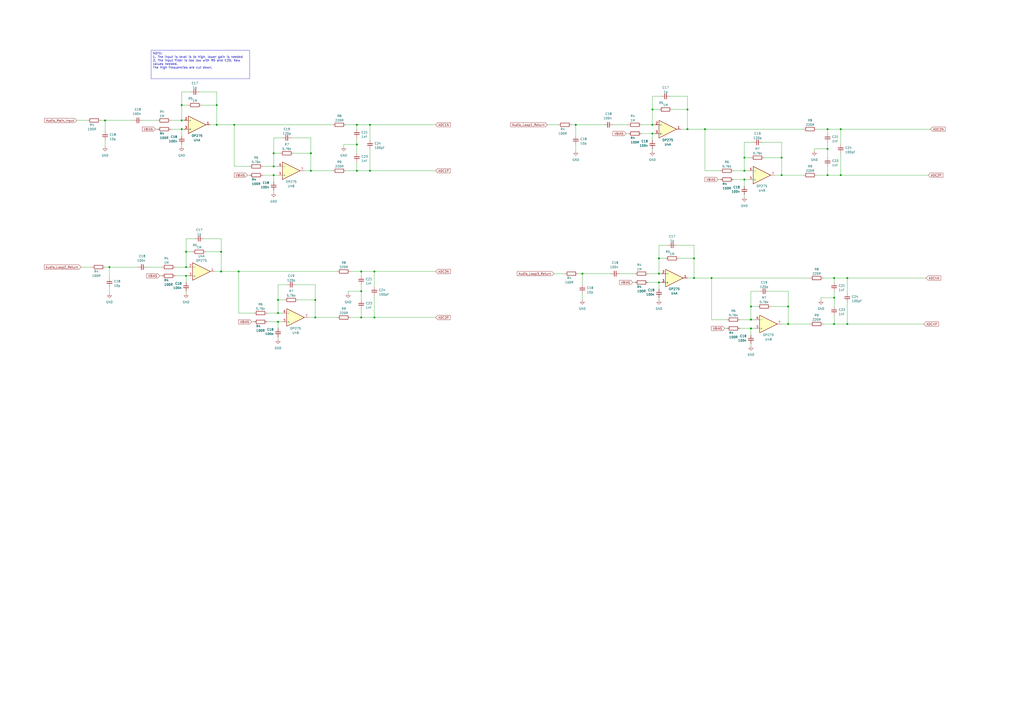
<source format=kicad_sch>
(kicad_sch (version 20230121) (generator eeschema)
  (paper "A2")
  (lib_symbols
    (symbol "Amplifier_Operational:OP275" (pin_names (offset 0.127))
      (property "Reference" "U" (at 0 5.08 0))
      (property "Value" "OP275" (at 0 -5.08 0))
      (symbol "OP275_1_1"
        (polyline (pts (xy -5.08 5.08) (xy 5.08 0) (xy -5.08 -5.08) (xy -5.08 5.08)) (stroke (width 0.254)) (fill (type background)))
        (pin output line (at 7.62 0 180) (length 2.54) (name "~") (number "1"))
        (pin input line (at -7.62 -2.54 0) (length 2.54) (name "-") (number "2"))
        (pin input line (at -7.62 2.54 0) (length 2.54) (name "+") (number "3"))
      )
      (symbol "OP275_2_1"
        (polyline (pts (xy -5.08 5.08) (xy 5.08 0) (xy -5.08 -5.08) (xy -5.08 5.08)) (stroke (width 0.254)) (fill (type background)))
        (pin input line (at -7.62 2.54 0) (length 2.54) (name "+") (number "5"))
        (pin input line (at -7.62 -2.54 0) (length 2.54) (name "-") (number "6"))
        (pin output line (at 7.62 0 180) (length 2.54) (name "~") (number "7"))
      )
      (symbol "OP275_3_1"
        (pin power_in line (at -2.54 -7.62 90) (length 3.81) (name "V-") (number "4"))
        (pin power_in line (at -2.54 7.62 270) (length 3.81) (name "V+") (number "8"))
      )
    )
    (symbol "Device:C_Small" (pin_numbers hide) (pin_names (offset 0.254) hide)
      (property "Reference" "C" (at 0.254 1.778 0))
      (property "Value" "C_Small" (at 0.254 -2.032 0))
      (symbol "C_Small_0_1"
        (polyline (pts (xy -1.524 -0.508) (xy 1.524 -0.508)) (stroke (width 0.3302)))
        (polyline (pts (xy -1.524 0.508) (xy 1.524 0.508)) (stroke (width 0.3048)))
      )
      (symbol "C_Small_1_1"
        (pin passive line (at 0 2.54 270) (length 2.032) (name "~") (number "1"))
        (pin passive line (at 0 -2.54 90) (length 2.032) (name "~") (number "2"))
      )
    )
    (symbol "Device:R" (pin_numbers hide) (pin_names (offset 0))
      (property "Reference" "R" (at 2.032 0 90))
      (property "Value" "R" (at 0 0 90))
      (symbol "R_0_1"
        (rectangle (start -1.016 -2.54) (end 1.016 2.54) (stroke (width 0.254)))
      )
      (symbol "R_1_1"
        (pin passive line (at 0 3.81 270) (length 1.27) (name "~") (number "1"))
        (pin passive line (at 0 -3.81 90) (length 1.27) (name "~") (number "2"))
      )
    )
    (symbol "power:GND" (power) (pin_names (offset 0))
      (property "Value" "GND" (at 0 -3.81 0))
      (symbol "GND_0_1"
        (polyline (pts (xy 0 0) (xy 0 -1.27) (xy 1.27 -1.27) (xy 0 -2.54) (xy -1.27 -1.27) (xy 0 -1.27)))
      )
      (symbol "GND_1_1"
        (pin power_in line (at 0 0 270) (length 0) hide (name "GND") (number "1"))
      )
    )
  )
  (junction (at 334.01 72.39))
  (junction (at 402.59 149.86))
  (junction (at 402.59 161.29))
  (junction (at 158.75 101.6))
  (junction (at 209.55 157.48))
  (junction (at 182.88 173.99))
  (junction (at 483.87 187.96))
  (junction (at 158.75 96.52))
  (junction (at 398.78 74.93))
  (junction (at 491.49 161.29))
  (junction (at 487.68 74.93))
  (junction (at 483.87 161.29))
  (junction (at 398.78 63.5))
  (junction (at 431.8 91.44))
  (junction (at 480.06 86.36))
  (junction (at 158.75 88.9))
  (junction (at 217.17 184.15))
  (junction (at 125.73 72.39))
  (junction (at 378.46 63.5))
  (junction (at 378.46 72.39))
  (junction (at 382.27 163.83))
  (junction (at 435.61 190.5))
  (junction (at 480.06 74.93))
  (junction (at 180.34 99.06))
  (junction (at 161.29 186.69))
  (junction (at 138.43 157.48))
  (junction (at 135.89 72.39))
  (junction (at 453.39 91.44))
  (junction (at 491.49 187.96))
  (junction (at 435.61 177.8))
  (junction (at 60.96 69.85))
  (junction (at 63.5 154.94))
  (junction (at 378.46 77.47))
  (junction (at 337.82 158.75))
  (junction (at 483.87 172.72))
  (junction (at 207.01 83.82))
  (junction (at 128.27 146.05))
  (junction (at 382.27 149.86))
  (junction (at 182.88 184.15))
  (junction (at 217.17 157.48))
  (junction (at 453.39 101.6))
  (junction (at 105.41 74.93))
  (junction (at 161.29 181.61))
  (junction (at 105.41 60.96))
  (junction (at 431.8 99.06))
  (junction (at 207.01 99.06))
  (junction (at 207.01 72.39))
  (junction (at 214.63 99.06))
  (junction (at 457.2 187.96))
  (junction (at 435.61 185.42))
  (junction (at 107.95 154.94))
  (junction (at 125.73 60.96))
  (junction (at 487.68 101.6))
  (junction (at 382.27 158.75))
  (junction (at 107.95 146.05))
  (junction (at 431.8 104.14))
  (junction (at 161.29 173.99))
  (junction (at 408.94 74.93))
  (junction (at 105.41 69.85))
  (junction (at 214.63 72.39))
  (junction (at 457.2 177.8))
  (junction (at 480.06 101.6))
  (junction (at 180.34 88.9))
  (junction (at 128.27 157.48))
  (junction (at 107.95 160.02))
  (junction (at 209.55 184.15))
  (junction (at 209.55 168.91))
  (junction (at 412.75 161.29))
  (wire (pts (xy 387.35 142.24) (xy 382.27 142.24)))
  (wire (pts (xy 382.27 158.75) (xy 383.54 158.75)))
  (wire (pts (xy 161.29 186.69) (xy 161.29 190.5)))
  (wire (pts (xy 209.55 168.91) (xy 209.55 173.99)))
  (wire (pts (xy 217.17 171.45) (xy 217.17 184.15)))
  (wire (pts (xy 417.83 99.06) (xy 408.94 99.06)))
  (wire (pts (xy 161.29 165.1) (xy 161.29 173.99)))
  (wire (pts (xy 110.49 53.34) (xy 105.41 53.34)))
  (wire (pts (xy 487.68 101.6) (xy 538.48 101.6)))
  (wire (pts (xy 457.2 187.96) (xy 457.2 177.8)))
  (wire (pts (xy 440.69 168.91) (xy 435.61 168.91)))
  (wire (pts (xy 63.5 154.94) (xy 63.5 161.29)))
  (wire (pts (xy 378.46 63.5) (xy 382.27 63.5)))
  (wire (pts (xy 412.75 161.29) (xy 469.9 161.29)))
  (wire (pts (xy 207.01 99.06) (xy 207.01 93.98)))
  (wire (pts (xy 217.17 157.48) (xy 252.73 157.48)))
  (wire (pts (xy 394.97 74.93) (xy 398.78 74.93)))
  (wire (pts (xy 128.27 146.05) (xy 128.27 157.48)))
  (wire (pts (xy 63.5 166.37) (xy 63.5 170.18)))
  (wire (pts (xy 431.8 104.14) (xy 434.34 104.14)))
  (wire (pts (xy 101.6 160.02) (xy 107.95 160.02)))
  (wire (pts (xy 82.55 69.85) (xy 91.44 69.85)))
  (wire (pts (xy 60.96 69.85) (xy 77.47 69.85)))
  (wire (pts (xy 473.71 74.93) (xy 480.06 74.93)))
  (wire (pts (xy 359.41 158.75) (xy 368.3 158.75)))
  (wire (pts (xy 331.47 72.39) (xy 334.01 72.39)))
  (wire (pts (xy 207.01 83.82) (xy 207.01 88.9)))
  (wire (pts (xy 383.54 55.88) (xy 378.46 55.88)))
  (wire (pts (xy 337.82 158.75) (xy 354.33 158.75)))
  (wire (pts (xy 115.57 53.34) (xy 125.73 53.34)))
  (wire (pts (xy 491.49 175.26) (xy 491.49 187.96)))
  (wire (pts (xy 472.44 86.36) (xy 480.06 86.36)))
  (wire (pts (xy 476.25 172.72) (xy 476.25 173.99)))
  (wire (pts (xy 402.59 149.86) (xy 402.59 161.29)))
  (wire (pts (xy 158.75 96.52) (xy 152.4 96.52)))
  (wire (pts (xy 435.61 190.5) (xy 435.61 194.31)))
  (wire (pts (xy 372.11 72.39) (xy 378.46 72.39)))
  (wire (pts (xy 337.82 158.75) (xy 337.82 165.1)))
  (wire (pts (xy 480.06 74.93) (xy 487.68 74.93)))
  (wire (pts (xy 480.06 77.47) (xy 480.06 74.93)))
  (wire (pts (xy 118.11 138.43) (xy 128.27 138.43)))
  (wire (pts (xy 389.89 63.5) (xy 398.78 63.5)))
  (wire (pts (xy 378.46 63.5) (xy 378.46 55.88)))
  (wire (pts (xy 337.82 170.18) (xy 337.82 173.99)))
  (wire (pts (xy 435.61 199.39) (xy 435.61 200.66)))
  (wire (pts (xy 209.55 165.1) (xy 209.55 168.91)))
  (wire (pts (xy 116.84 60.96) (xy 125.73 60.96)))
  (wire (pts (xy 135.89 96.52) (xy 135.89 72.39)))
  (wire (pts (xy 180.34 99.06) (xy 193.04 99.06)))
  (wire (pts (xy 378.46 86.36) (xy 378.46 87.63)))
  (wire (pts (xy 201.93 168.91) (xy 209.55 168.91)))
  (wire (pts (xy 214.63 99.06) (xy 207.01 99.06)))
  (wire (pts (xy 144.78 96.52) (xy 135.89 96.52)))
  (wire (pts (xy 128.27 157.48) (xy 138.43 157.48)))
  (wire (pts (xy 491.49 161.29) (xy 491.49 170.18)))
  (wire (pts (xy 382.27 149.86) (xy 382.27 142.24)))
  (wire (pts (xy 180.34 80.01) (xy 180.34 88.9)))
  (wire (pts (xy 105.41 69.85) (xy 106.68 69.85)))
  (wire (pts (xy 158.75 101.6) (xy 158.75 105.41)))
  (wire (pts (xy 412.75 185.42) (xy 412.75 161.29)))
  (wire (pts (xy 321.31 158.75) (xy 327.66 158.75)))
  (wire (pts (xy 487.68 88.9) (xy 487.68 101.6)))
  (wire (pts (xy 363.22 77.47) (xy 364.49 77.47)))
  (wire (pts (xy 207.01 74.93) (xy 207.01 72.39)))
  (wire (pts (xy 207.01 80.01) (xy 207.01 83.82)))
  (wire (pts (xy 453.39 101.6) (xy 453.39 91.44)))
  (wire (pts (xy 334.01 72.39) (xy 334.01 78.74)))
  (wire (pts (xy 402.59 149.86) (xy 402.59 142.24)))
  (wire (pts (xy 431.8 82.55) (xy 431.8 91.44)))
  (wire (pts (xy 214.63 72.39) (xy 214.63 81.28)))
  (wire (pts (xy 317.5 72.39) (xy 323.85 72.39)))
  (wire (pts (xy 420.37 190.5) (xy 421.64 190.5)))
  (wire (pts (xy 435.61 91.44) (xy 431.8 91.44)))
  (wire (pts (xy 85.09 154.94) (xy 93.98 154.94)))
  (wire (pts (xy 105.41 83.82) (xy 105.41 85.09)))
  (wire (pts (xy 128.27 146.05) (xy 128.27 138.43)))
  (wire (pts (xy 477.52 187.96) (xy 483.87 187.96)))
  (wire (pts (xy 152.4 101.6) (xy 158.75 101.6)))
  (wire (pts (xy 483.87 172.72) (xy 483.87 177.8)))
  (wire (pts (xy 90.17 74.93) (xy 91.44 74.93)))
  (wire (pts (xy 217.17 184.15) (xy 209.55 184.15)))
  (wire (pts (xy 135.89 72.39) (xy 193.04 72.39)))
  (wire (pts (xy 378.46 77.47) (xy 379.73 77.47)))
  (wire (pts (xy 483.87 187.96) (xy 483.87 182.88)))
  (wire (pts (xy 170.18 88.9) (xy 180.34 88.9)))
  (wire (pts (xy 416.56 104.14) (xy 417.83 104.14)))
  (wire (pts (xy 453.39 187.96) (xy 457.2 187.96)))
  (wire (pts (xy 161.29 181.61) (xy 154.94 181.61)))
  (wire (pts (xy 436.88 82.55) (xy 431.8 82.55)))
  (wire (pts (xy 457.2 168.91) (xy 457.2 177.8)))
  (wire (pts (xy 158.75 80.01) (xy 158.75 88.9)))
  (wire (pts (xy 491.49 187.96) (xy 483.87 187.96)))
  (wire (pts (xy 209.55 184.15) (xy 209.55 179.07)))
  (wire (pts (xy 367.03 163.83) (xy 368.3 163.83)))
  (wire (pts (xy 214.63 72.39) (xy 252.73 72.39)))
  (wire (pts (xy 182.88 165.1) (xy 182.88 173.99)))
  (wire (pts (xy 392.43 142.24) (xy 402.59 142.24)))
  (wire (pts (xy 431.8 99.06) (xy 434.34 99.06)))
  (wire (pts (xy 166.37 165.1) (xy 161.29 165.1)))
  (wire (pts (xy 201.93 168.91) (xy 201.93 170.18)))
  (wire (pts (xy 382.27 163.83) (xy 383.54 163.83)))
  (wire (pts (xy 125.73 60.96) (xy 125.73 53.34)))
  (wire (pts (xy 334.01 72.39) (xy 350.52 72.39)))
  (wire (pts (xy 107.95 160.02) (xy 107.95 163.83)))
  (wire (pts (xy 147.32 181.61) (xy 138.43 181.61)))
  (wire (pts (xy 199.39 83.82) (xy 199.39 85.09)))
  (wire (pts (xy 372.11 77.47) (xy 378.46 77.47)))
  (wire (pts (xy 107.95 146.05) (xy 111.76 146.05)))
  (wire (pts (xy 99.06 69.85) (xy 105.41 69.85)))
  (wire (pts (xy 480.06 86.36) (xy 480.06 91.44)))
  (wire (pts (xy 143.51 101.6) (xy 144.78 101.6)))
  (wire (pts (xy 171.45 165.1) (xy 182.88 165.1)))
  (wire (pts (xy 121.92 72.39) (xy 125.73 72.39)))
  (wire (pts (xy 92.71 160.02) (xy 93.98 160.02)))
  (wire (pts (xy 408.94 99.06) (xy 408.94 74.93)))
  (wire (pts (xy 447.04 177.8) (xy 457.2 177.8)))
  (wire (pts (xy 491.49 161.29) (xy 537.21 161.29)))
  (wire (pts (xy 58.42 69.85) (xy 60.96 69.85)))
  (wire (pts (xy 435.61 168.91) (xy 435.61 177.8)))
  (wire (pts (xy 161.29 173.99) (xy 161.29 181.61)))
  (wire (pts (xy 180.34 99.06) (xy 180.34 88.9)))
  (wire (pts (xy 408.94 74.93) (xy 466.09 74.93)))
  (wire (pts (xy 172.72 173.99) (xy 182.88 173.99)))
  (wire (pts (xy 60.96 81.28) (xy 60.96 85.09)))
  (wire (pts (xy 107.95 154.94) (xy 107.95 146.05)))
  (wire (pts (xy 99.06 74.93) (xy 105.41 74.93)))
  (wire (pts (xy 168.91 80.01) (xy 180.34 80.01)))
  (wire (pts (xy 445.77 168.91) (xy 457.2 168.91)))
  (wire (pts (xy 107.95 146.05) (xy 107.95 138.43)))
  (wire (pts (xy 453.39 101.6) (xy 466.09 101.6)))
  (wire (pts (xy 402.59 161.29) (xy 412.75 161.29)))
  (wire (pts (xy 453.39 82.55) (xy 453.39 91.44)))
  (wire (pts (xy 146.05 186.69) (xy 147.32 186.69)))
  (wire (pts (xy 443.23 91.44) (xy 453.39 91.44)))
  (wire (pts (xy 429.26 190.5) (xy 435.61 190.5)))
  (wire (pts (xy 382.27 172.72) (xy 382.27 173.99)))
  (wire (pts (xy 138.43 157.48) (xy 195.58 157.48)))
  (wire (pts (xy 421.64 185.42) (xy 412.75 185.42)))
  (wire (pts (xy 435.61 185.42) (xy 429.26 185.42)))
  (wire (pts (xy 161.29 181.61) (xy 163.83 181.61)))
  (wire (pts (xy 441.96 82.55) (xy 453.39 82.55)))
  (wire (pts (xy 388.62 55.88) (xy 398.78 55.88)))
  (wire (pts (xy 209.55 160.02) (xy 209.55 157.48)))
  (wire (pts (xy 480.06 101.6) (xy 480.06 96.52)))
  (wire (pts (xy 435.61 185.42) (xy 438.15 185.42)))
  (wire (pts (xy 375.92 163.83) (xy 382.27 163.83)))
  (wire (pts (xy 435.61 190.5) (xy 438.15 190.5)))
  (wire (pts (xy 378.46 72.39) (xy 378.46 63.5)))
  (wire (pts (xy 378.46 72.39) (xy 379.73 72.39)))
  (wire (pts (xy 398.78 63.5) (xy 398.78 74.93)))
  (wire (pts (xy 203.2 184.15) (xy 209.55 184.15)))
  (wire (pts (xy 158.75 110.49) (xy 158.75 111.76)))
  (wire (pts (xy 217.17 157.48) (xy 217.17 166.37)))
  (wire (pts (xy 107.95 168.91) (xy 107.95 170.18)))
  (wire (pts (xy 480.06 82.55) (xy 480.06 86.36)))
  (wire (pts (xy 214.63 99.06) (xy 252.73 99.06)))
  (wire (pts (xy 105.41 69.85) (xy 105.41 60.96)))
  (wire (pts (xy 398.78 63.5) (xy 398.78 55.88)))
  (wire (pts (xy 431.8 104.14) (xy 431.8 107.95)))
  (wire (pts (xy 439.42 177.8) (xy 435.61 177.8)))
  (wire (pts (xy 473.71 101.6) (xy 480.06 101.6)))
  (wire (pts (xy 431.8 99.06) (xy 425.45 99.06)))
  (wire (pts (xy 487.68 74.93) (xy 487.68 83.82)))
  (wire (pts (xy 46.99 154.94) (xy 53.34 154.94)))
  (wire (pts (xy 44.45 69.85) (xy 50.8 69.85)))
  (wire (pts (xy 491.49 187.96) (xy 535.94 187.96)))
  (wire (pts (xy 161.29 195.58) (xy 161.29 196.85)))
  (wire (pts (xy 398.78 74.93) (xy 408.94 74.93)))
  (wire (pts (xy 158.75 88.9) (xy 158.75 96.52)))
  (wire (pts (xy 457.2 187.96) (xy 469.9 187.96)))
  (wire (pts (xy 101.6 154.94) (xy 107.95 154.94)))
  (wire (pts (xy 398.78 161.29) (xy 402.59 161.29)))
  (wire (pts (xy 476.25 172.72) (xy 483.87 172.72)))
  (wire (pts (xy 105.41 60.96) (xy 109.22 60.96)))
  (wire (pts (xy 182.88 184.15) (xy 195.58 184.15)))
  (wire (pts (xy 483.87 163.83) (xy 483.87 161.29)))
  (wire (pts (xy 382.27 149.86) (xy 386.08 149.86)))
  (wire (pts (xy 209.55 157.48) (xy 217.17 157.48)))
  (wire (pts (xy 60.96 69.85) (xy 60.96 76.2)))
  (wire (pts (xy 355.6 72.39) (xy 364.49 72.39)))
  (wire (pts (xy 335.28 158.75) (xy 337.82 158.75)))
  (wire (pts (xy 431.8 91.44) (xy 431.8 99.06)))
  (wire (pts (xy 158.75 96.52) (xy 161.29 96.52)))
  (wire (pts (xy 435.61 177.8) (xy 435.61 185.42)))
  (wire (pts (xy 125.73 72.39) (xy 135.89 72.39)))
  (wire (pts (xy 378.46 77.47) (xy 378.46 81.28)))
  (wire (pts (xy 63.5 154.94) (xy 80.01 154.94)))
  (wire (pts (xy 176.53 99.06) (xy 180.34 99.06)))
  (wire (pts (xy 119.38 146.05) (xy 128.27 146.05)))
  (wire (pts (xy 483.87 161.29) (xy 491.49 161.29)))
  (wire (pts (xy 105.41 60.96) (xy 105.41 53.34)))
  (wire (pts (xy 477.52 161.29) (xy 483.87 161.29)))
  (wire (pts (xy 105.41 74.93) (xy 106.68 74.93)))
  (wire (pts (xy 487.68 101.6) (xy 480.06 101.6)))
  (wire (pts (xy 483.87 168.91) (xy 483.87 172.72)))
  (wire (pts (xy 217.17 184.15) (xy 252.73 184.15)))
  (wire (pts (xy 382.27 163.83) (xy 382.27 167.64)))
  (wire (pts (xy 199.39 83.82) (xy 207.01 83.82)))
  (wire (pts (xy 472.44 86.36) (xy 472.44 87.63)))
  (wire (pts (xy 203.2 157.48) (xy 209.55 157.48)))
  (wire (pts (xy 162.56 88.9) (xy 158.75 88.9)))
  (wire (pts (xy 393.7 149.86) (xy 402.59 149.86)))
  (wire (pts (xy 154.94 186.69) (xy 161.29 186.69)))
  (wire (pts (xy 163.83 80.01) (xy 158.75 80.01)))
  (wire (pts (xy 425.45 104.14) (xy 431.8 104.14)))
  (wire (pts (xy 113.03 138.43) (xy 107.95 138.43)))
  (wire (pts (xy 161.29 186.69) (xy 163.83 186.69)))
  (wire (pts (xy 124.46 157.48) (xy 128.27 157.48)))
  (wire (pts (xy 107.95 154.94) (xy 109.22 154.94)))
  (wire (pts (xy 165.1 173.99) (xy 161.29 173.99)))
  (wire (pts (xy 125.73 60.96) (xy 125.73 72.39)))
  (wire (pts (xy 382.27 158.75) (xy 382.27 149.86)))
  (wire (pts (xy 449.58 101.6) (xy 453.39 101.6)))
  (wire (pts (xy 214.63 86.36) (xy 214.63 99.06)))
  (wire (pts (xy 179.07 184.15) (xy 182.88 184.15)))
  (wire (pts (xy 431.8 113.03) (xy 431.8 114.3)))
  (wire (pts (xy 487.68 74.93) (xy 539.75 74.93)))
  (wire (pts (xy 158.75 101.6) (xy 161.29 101.6)))
  (wire (pts (xy 334.01 83.82) (xy 334.01 87.63)))
  (wire (pts (xy 182.88 184.15) (xy 182.88 173.99)))
  (wire (pts (xy 107.95 160.02) (xy 109.22 160.02)))
  (wire (pts (xy 200.66 99.06) (xy 207.01 99.06)))
  (wire (pts (xy 60.96 154.94) (xy 63.5 154.94)))
  (wire (pts (xy 105.41 74.93) (xy 105.41 78.74)))
  (wire (pts (xy 200.66 72.39) (xy 207.01 72.39)))
  (wire (pts (xy 375.92 158.75) (xy 382.27 158.75)))
  (wire (pts (xy 138.43 181.61) (xy 138.43 157.48)))
  (wire (pts (xy 207.01 72.39) (xy 214.63 72.39)))
  (text_box "NOTE: \n1. The input is level is to high, lower gain is needed\n2. The input filter is too low with R5 and C20. New values needed.\nThe high frequencies are cut down." (at 87.63 29.21 0) (size 57.15 16.51) (effects (font (size 1.27 1.27)) (justify left top)))
  (global_label "Audio_Loop2_Return" (shape input) (at 46.99 154.94 180) (property "Intersheetrefs" "${INTERSHEET_REFS}" (effects hide)))
  (global_label "ADC1N" (shape input) (at 252.73 72.39 0) (property "Intersheetrefs" "${INTERSHEET_REFS}" (effects hide)))
  (global_label "VBIAS" (shape input) (at 92.71 160.02 180) (property "Intersheetrefs" "${INTERSHEET_REFS}" (effects hide)))
  (global_label "VBIAS" (shape input) (at 90.17 74.93 180) (property "Intersheetrefs" "${INTERSHEET_REFS}" (effects hide)))
  (global_label "Audio_Main_Input" (shape input) (at 44.45 69.85 180) (property "Intersheetrefs" "${INTERSHEET_REFS}" (effects hide)))
  (global_label "ADC4P" (shape input) (at 535.94 187.96 0) (property "Intersheetrefs" "${INTERSHEET_REFS}" (effects hide)))
  (global_label "VBIAS" (shape input) (at 420.37 190.5 180) (property "Intersheetrefs" "${INTERSHEET_REFS}" (effects hide)))
  (global_label "Audio_Loop3_Return" (shape input) (at 321.31 158.75 180) (property "Intersheetrefs" "${INTERSHEET_REFS}" (effects hide)))
  (global_label "VBIAS" (shape input) (at 363.22 77.47 180) (property "Intersheetrefs" "${INTERSHEET_REFS}" (effects hide)))
  (global_label "ADC2P" (shape input) (at 538.48 101.6 0) (property "Intersheetrefs" "${INTERSHEET_REFS}" (effects hide)))
  (global_label "Audio_Loop1_Return" (shape input) (at 317.5 72.39 180) (property "Intersheetrefs" "${INTERSHEET_REFS}" (effects hide)))
  (global_label "VBIAS" (shape input) (at 146.05 186.69 180) (property "Intersheetrefs" "${INTERSHEET_REFS}" (effects hide)))
  (global_label "ADC4N" (shape input) (at 537.21 161.29 0) (property "Intersheetrefs" "${INTERSHEET_REFS}" (effects hide)))
  (global_label "VBIAS" (shape input) (at 143.51 101.6 180) (property "Intersheetrefs" "${INTERSHEET_REFS}" (effects hide)))
  (global_label "ADC1P" (shape input) (at 252.73 99.06 0) (property "Intersheetrefs" "${INTERSHEET_REFS}" (effects hide)))
  (global_label "ADC3N" (shape input) (at 252.73 157.48 0) (property "Intersheetrefs" "${INTERSHEET_REFS}" (effects hide)))
  (global_label "VBIAS" (shape input) (at 367.03 163.83 180) (property "Intersheetrefs" "${INTERSHEET_REFS}" (effects hide)))
  (global_label "VBIAS" (shape input) (at 416.56 104.14 180) (property "Intersheetrefs" "${INTERSHEET_REFS}" (effects hide)))
  (global_label "ADC3P" (shape input) (at 252.73 184.15 0) (property "Intersheetrefs" "${INTERSHEET_REFS}" (effects hide)))
  (global_label "ADC2N" (shape input) (at 539.75 74.93 0) (property "Intersheetrefs" "${INTERSHEET_REFS}" (effects hide)))
  (symbol (lib_id "Amplifier_Operational:OP275") (at 168.91 99.06 0) (mirror x) (unit 2)
    (property "Reference" "U4" (at 168.91 107.95 0))
    (property "Value" "OP275" (at 168.91 105.41 0))
    (property "Footprint" "Package_SO:SSOP-8_3.9x5.05mm_P1.27mm" (effects hide))
    (property "Datasheet" "https://www.analog.com/media/en/technical-documentation/data-sheets/OP275.pdf" (effects hide))
    (property "JLCPCB" "C161797" (effects hide))
  )
  (symbol (lib_id "Device:R") (at 368.3 77.47 270) (mirror x) (unit 1)
    (property "Reference" "R4" (at 367.03 80.01 90))
    (property "Value" "100R" (at 368.3 82.55 90))
    (property "Footprint" "Resistor_SMD:R_0603_1608Metric" (effects hide))
    (instances (project "stm_audio_board_V3" (path "" (reference "R4") (unit 1)) (path "" (reference "R34") (unit 1))))
  )
  (symbol (lib_id "Device:R") (at 421.64 99.06 270) (unit 1)
    (property "Reference" "R6" (at 421.64 93.98 90))
    (property "Value" "5.76k" (at 421.64 96.52 90))
    (property "Footprint" "Resistor_SMD:R_0603_1608Metric" (effects hide))
    (instances (project "stm_audio_board_V3" (path "" (reference "R6") (unit 1)) (path "" (reference "R36") (unit 1))))
  )
  (symbol (lib_id "Device:C_Small") (at 443.23 168.91 90) (unit 1)
    (property "Reference" "C19" (at 443.2363 163.83 90))
    (property "Value" "120p" (at 443.2363 166.37 90))
    (property "Footprint" "Capacitor_SMD:C_0603_1608Metric" (effects hide))
    (instances (project "stm_audio_board_V3" (path "" (reference "C19") (unit 1)) (path "" (reference "C100") (unit 1))))
  )
  (symbol (lib_id "Device:R") (at 389.89 149.86 270) (mirror x) (unit 1)
    (property "Reference" "R5" (at 387.35 146.05 90))
    (property "Value" "1M" (at 389.89 147.32 90))
    (property "Footprint" "Resistor_SMD:R_0603_1608Metric" (effects hide))
    (instances (project "stm_audio_board_V3" (path "" (reference "R5") (unit 1)) (path "" (reference "R53") (unit 1))))
  )
  (symbol (lib_id "power:GND") (at 105.41 85.09 0) (unit 1)
    (property "Reference" "#PWR02" (effects hide))
    (property "Value" "GND" (at 105.41 90.17 0))
    (instances (project "stm_audio_board_V3" (path "" (reference "#PWR02") (unit 1)) (path "" (reference "#PWR01") (unit 1)) (path "" (reference "#PWR012") (unit 1))))
  )
  (symbol (lib_id "Device:R") (at 473.71 187.96 270) (unit 1)
    (property "Reference" "R9" (at 473.71 182.88 90))
    (property "Value" "220R" (at 473.71 185.42 90))
    (property "Footprint" "Resistor_SMD:R_0603_1608Metric" (effects hide))
    (instances (project "stm_audio_board_V3" (path "" (reference "R9") (unit 1)) (path "" (reference "R58") (unit 1))))
  )
  (symbol (lib_id "power:GND") (at 378.46 87.63 0) (unit 1)
    (property "Reference" "#PWR02" (effects hide))
    (property "Value" "GND" (at 378.46 92.71 0))
    (instances (project "stm_audio_board_V3" (path "" (reference "#PWR02") (unit 1)) (path "" (reference "#PWR01") (unit 1)) (path "" (reference "#PWR049") (unit 1))))
  )
  (symbol (lib_id "Device:R") (at 168.91 173.99 270) (unit 1)
    (property "Reference" "R7" (at 168.91 168.91 90))
    (property "Value" "5.76k" (at 168.91 171.45 90))
    (property "Footprint" "Resistor_SMD:R_0603_1608Metric" (effects hide))
    (instances (project "stm_audio_board_V3" (path "" (reference "R7") (unit 1)) (path "" (reference "R47") (unit 1))))
  )
  (symbol (lib_id "Device:C_Small") (at 353.06 72.39 270) (unit 1)
    (property "Reference" "C18" (at 354.9586 66.04 90) (effects (justify right)))
    (property "Value" "100n" (at 354.9586 68.58 90) (effects (justify right)))
    (property "Footprint" "Capacitor_SMD:C_0603_1608Metric" (effects hide))
    (instances (project "stm_audio_board_V3" (path "" (reference "C18") (unit 1)) (path "" (reference "C52") (unit 1))))
  )
  (symbol (lib_id "Device:C_Small") (at 491.49 172.72 180) (unit 1)
    (property "Reference" "C24" (at 494.03 172.0786 0) (effects (justify right)))
    (property "Value" "100pF" (at 494.03 174.6186 0) (effects (justify right)))
    (property "Footprint" "Capacitor_SMD:C_0603_1608Metric" (effects hide))
    (instances (project "stm_audio_board_V3" (path "" (reference "C24") (unit 1)) (path "" (reference "C107") (unit 1))))
  )
  (symbol (lib_id "Device:C_Small") (at 63.5 163.83 180) (unit 1)
    (property "Reference" "C18" (at 66.04 163.1886 0) (effects (justify right)))
    (property "Value" "10p" (at 66.04 165.7286 0) (effects (justify right)))
    (property "Footprint" "Capacitor_SMD:C_0603_1608Metric" (effects hide))
    (instances (project "stm_audio_board_V3" (path "" (reference "C18") (unit 1)) (path "" (reference "C84") (unit 1))))
  )
  (symbol (lib_id "power:GND") (at 334.01 87.63 0) (unit 1)
    (property "Reference" "#PWR02" (effects hide))
    (property "Value" "GND" (at 334.01 92.71 0))
    (instances (project "stm_audio_board_V3" (path "" (reference "#PWR02") (unit 1)) (path "" (reference "#PWR01") (unit 1)) (path "" (reference "#PWR036") (unit 1))))
  )
  (symbol (lib_id "Device:R") (at 327.66 72.39 90) (mirror x) (unit 1)
    (property "Reference" "R4" (at 326.39 74.93 90))
    (property "Value" "100R" (at 326.39 77.47 90))
    (property "Footprint" "Resistor_SMD:R_0603_1608Metric" (effects hide))
    (instances (project "stm_audio_board_V3" (path "" (reference "R4") (unit 1)) (path "" (reference "R28") (unit 1))))
  )
  (symbol (lib_id "Device:C_Small") (at 107.95 166.37 0) (unit 1)
    (property "Reference" "C18" (at 105.41 164.4714 0) (effects (justify right)))
    (property "Value" "100n" (at 105.41 167.0114 0) (effects (justify right)))
    (property "Footprint" "Capacitor_SMD:C_0603_1608Metric" (effects hide))
    (instances (project "stm_audio_board_V3" (path "" (reference "C18") (unit 1)) (path "" (reference "C86") (unit 1))))
  )
  (symbol (lib_id "Device:C_Small") (at 209.55 162.56 180) (unit 1)
    (property "Reference" "C21" (at 212.09 161.9186 0) (effects (justify right)))
    (property "Value" "1nF" (at 212.09 164.4586 0) (effects (justify right)))
    (property "Footprint" "Capacitor_SMD:C_0603_1608Metric" (effects hide))
    (instances (project "stm_audio_board_V3" (path "" (reference "C21") (unit 1)) (path "" (reference "C92") (unit 1))))
  )
  (symbol (lib_id "Device:C_Small") (at 480.06 93.98 180) (unit 1)
    (property "Reference" "C23" (at 482.6 93.3386 0) (effects (justify right)))
    (property "Value" "1nF" (at 482.6 95.8786 0) (effects (justify right)))
    (property "Footprint" "Capacitor_SMD:C_0603_1608Metric" (effects hide))
    (instances (project "stm_audio_board_V3" (path "" (reference "C23") (unit 1)) (path "" (reference "C82") (unit 1))))
  )
  (symbol (lib_id "power:GND") (at 435.61 200.66 0) (unit 1)
    (property "Reference" "#PWR02" (effects hide))
    (property "Value" "GND" (at 435.61 205.74 0))
    (instances (project "stm_audio_board_V3" (path "" (reference "#PWR02") (unit 1)) (path "" (reference "#PWR01") (unit 1)) (path "" (reference "#PWR085") (unit 1))))
  )
  (symbol (lib_id "Device:R") (at 57.15 154.94 90) (mirror x) (unit 1)
    (property "Reference" "R4" (at 55.88 157.48 90))
    (property "Value" "100R" (at 55.88 160.02 90))
    (property "Footprint" "Resistor_SMD:R_0603_1608Metric" (effects hide))
    (instances (project "stm_audio_board_V3" (path "" (reference "R4") (unit 1)) (path "" (reference "R41") (unit 1))))
  )
  (symbol (lib_id "Device:C_Small") (at 161.29 193.04 0) (unit 1)
    (property "Reference" "C18" (at 158.75 191.1414 0) (effects (justify right)))
    (property "Value" "100n" (at 158.75 193.6814 0) (effects (justify right)))
    (property "Footprint" "Capacitor_SMD:C_0603_1608Metric" (effects hide))
    (instances (project "stm_audio_board_V3" (path "" (reference "C18") (unit 1)) (path "" (reference "C88") (unit 1))))
  )
  (symbol (lib_id "Device:R") (at 115.57 146.05 270) (mirror x) (unit 1)
    (property "Reference" "R5" (at 113.03 142.24 90))
    (property "Value" "1M" (at 115.57 143.51 90))
    (property "Footprint" "Resistor_SMD:R_0603_1608Metric" (effects hide))
    (instances (project "stm_audio_board_V3" (path "" (reference "R5") (unit 1)) (path "" (reference "R44") (unit 1))))
  )
  (symbol (lib_id "Amplifier_Operational:OP275") (at 441.96 101.6 0) (mirror x) (unit 2)
    (property "Reference" "U4" (at 441.96 110.49 0))
    (property "Value" "OP275" (at 441.96 107.95 0))
    (property "Footprint" "Package_SO:SSOP-8_3.9x5.05mm_P1.27mm" (effects hide))
    (property "Datasheet" "https://www.analog.com/media/en/technical-documentation/data-sheets/OP275.pdf" (effects hide))
    (property "JLCPCB" "C161797" (effects hide))
    (instances (project "stm_audio_board_V3" (path "" (reference "U4") (unit 2)) (path "" (reference "U8") (unit 2))))
  )
  (symbol (lib_id "Device:R") (at 473.71 161.29 270) (unit 1)
    (property "Reference" "R8" (at 473.71 156.21 90))
    (property "Value" "220R" (at 473.71 158.75 90))
    (property "Footprint" "Resistor_SMD:R_0603_1608Metric" (effects hide))
    (instances (project "stm_audio_board_V3" (path "" (reference "R8") (unit 1)) (path "" (reference "R57") (unit 1))))
  )
  (symbol (lib_id "Device:C_Small") (at 382.27 170.18 0) (unit 1)
    (property "Reference" "C18" (at 379.73 168.2814 0) (effects (justify right)))
    (property "Value" "100n" (at 379.73 170.8214 0) (effects (justify right)))
    (property "Footprint" "Capacitor_SMD:C_0603_1608Metric" (effects hide))
    (instances (project "stm_audio_board_V3" (path "" (reference "C18") (unit 1)) (path "" (reference "C97") (unit 1))))
  )
  (symbol (lib_id "power:GND") (at 476.25 173.99 0) (unit 1)
    (property "Reference" "#PWR02" (effects hide))
    (property "Value" "GND" (at 476.25 179.07 0))
    (instances (project "stm_audio_board_V3" (path "" (reference "#PWR02") (unit 1)) (path "" (reference "#PWR01") (unit 1)) (path "" (reference "#PWR088") (unit 1))))
  )
  (symbol (lib_id "Amplifier_Operational:OP275") (at 445.77 187.96 0) (mirror x) (unit 2)
    (property "Reference" "U4" (at 445.77 196.85 0))
    (property "Value" "OP275" (at 445.77 194.31 0))
    (property "Footprint" "Package_SO:SSOP-8_3.9x5.05mm_P1.27mm" (effects hide))
    (property "Datasheet" "https://www.analog.com/media/en/technical-documentation/data-sheets/OP275.pdf" (effects hide))
    (property "JLCPCB" "C161797" (effects hide))
    (instances (project "stm_audio_board_V3" (path "" (reference "U4") (unit 2)) (path "" (reference "U12") (unit 2))))
  )
  (symbol (lib_id "Device:C_Small") (at 158.75 107.95 0) (unit 1)
    (property "Reference" "C18" (at 156.21 106.0514 0) (effects (justify right)))
    (property "Value" "100n" (at 156.21 108.5914 0) (effects (justify right)))
    (property "Footprint" "Capacitor_SMD:C_0603_1608Metric" (effects hide))
  )
  (symbol (lib_id "Amplifier_Operational:OP275") (at 387.35 74.93 0) (mirror x) (unit 1)
    (property "Reference" "U4" (at 387.35 83.82 0))
    (property "Value" "OP275" (at 387.35 81.28 0))
    (property "Footprint" "Package_SO:SSOP-8_3.9x5.05mm_P1.27mm" (effects hide))
    (property "Datasheet" "https://www.analog.com/media/en/technical-documentation/data-sheets/OP275.pdf" (effects hide))
    (property "JLCPCB" "C161797" (effects hide))
    (instances (project "stm_audio_board_V3" (path "" (reference "U4") (unit 1)) (path "" (reference "U8") (unit 1))))
  )
  (symbol (lib_id "power:GND") (at 60.96 85.09 0) (unit 1)
    (property "Reference" "#PWR02" (effects hide))
    (property "Value" "GND" (at 60.96 90.17 0))
    (instances (project "stm_audio_board_V3" (path "" (reference "#PWR02") (unit 1)) (path "" (reference "#PWR01") (unit 1)) (path "" (reference "#PWR029") (unit 1))))
  )
  (symbol (lib_id "Amplifier_Operational:OP275") (at 171.45 184.15 0) (mirror x) (unit 2)
    (property "Reference" "U4" (at 171.45 193.04 0))
    (property "Value" "OP275" (at 171.45 190.5 0))
    (property "Footprint" "Package_SO:SSOP-8_3.9x5.05mm_P1.27mm" (effects hide))
    (property "Datasheet" "https://www.analog.com/media/en/technical-documentation/data-sheets/OP275.pdf" (effects hide))
    (property "JLCPCB" "C161797" (effects hide))
    (instances (project "stm_audio_board_V3" (path "" (reference "U4") (unit 2)) (path "" (reference "U10") (unit 2))))
  )
  (symbol (lib_id "Amplifier_Operational:OP275") (at 116.84 157.48 0) (mirror x) (unit 1)
    (property "Reference" "U4" (at 116.84 148.59 0))
    (property "Value" "OP275" (at 116.84 151.13 0))
    (property "Footprint" "Package_SO:SSOP-8_3.9x5.05mm_P1.27mm" (effects hide))
    (property "Datasheet" "https://www.analog.com/media/en/technical-documentation/data-sheets/OP275.pdf" (effects hide))
    (property "JLCPCB" "C161797" (effects hide))
    (instances (project "stm_audio_board_V3" (path "" (reference "U4") (unit 1)) (path "" (reference "U10") (unit 1))))
  )
  (symbol (lib_id "Device:R") (at 151.13 181.61 270) (unit 1)
    (property "Reference" "R6" (at 151.13 176.53 90))
    (property "Value" "5.76k" (at 151.13 179.07 90))
    (property "Footprint" "Resistor_SMD:R_0603_1608Metric" (effects hide))
    (instances (project "stm_audio_board_V3" (path "" (reference "R6") (unit 1)) (path "" (reference "R45") (unit 1))))
  )
  (symbol (lib_id "power:GND") (at 158.75 111.76 0) (unit 1)
    (property "Reference" "#PWR02" (effects hide))
    (property "Value" "GND" (at 158.75 116.84 0))
    (instances (project "stm_audio_board_V3" (path "" (reference "#PWR02") (unit 1)) (path "" (reference "#PWR01") (unit 1)) (path "" (reference "#PWR013") (unit 1))))
  )
  (symbol (lib_id "power:GND") (at 337.82 173.99 0) (unit 1)
    (property "Reference" "#PWR02" (effects hide))
    (property "Value" "GND" (at 337.82 179.07 0))
    (instances (project "stm_audio_board_V3" (path "" (reference "#PWR02") (unit 1)) (path "" (reference "#PWR01") (unit 1)) (path "" (reference "#PWR073") (unit 1))))
  )
  (symbol (lib_id "Device:C_Small") (at 217.17 168.91 180) (unit 1)
    (property "Reference" "C24" (at 219.71 168.2686 0) (effects (justify right)))
    (property "Value" "100pF" (at 219.71 170.8086 0) (effects (justify right)))
    (property "Footprint" "Capacitor_SMD:C_0603_1608Metric" (effects hide))
    (instances (project "stm_audio_board_V3" (path "" (reference "C24") (unit 1)) (path "" (reference "C94") (unit 1))))
  )
  (symbol (lib_id "Device:R") (at 148.59 101.6 270) (mirror x) (unit 1)
    (property "Reference" "R4" (at 147.32 104.14 90))
    (property "Value" "100R" (at 148.59 106.68 90))
    (property "Footprint" "Resistor_SMD:R_0603_1608Metric" (effects hide))
    (instances (project "stm_audio_board_V3" (path "" (reference "R4") (unit 1)) (path "" (reference "R11") (unit 1))))
  )
  (symbol (lib_id "Device:C_Small") (at 166.37 80.01 90) (unit 1)
    (property "Reference" "C19" (at 166.3763 74.93 90))
    (property "Value" "120p" (at 166.3763 77.47 90))
    (property "Footprint" "Capacitor_SMD:C_0603_1608Metric" (effects hide))
    (instances (project "stm_audio_board_V3" (path "" (reference "C19") (unit 1)) (path "" (reference "C21") (unit 1))))
  )
  (symbol (lib_id "Device:R") (at 372.11 163.83 270) (mirror x) (unit 1)
    (property "Reference" "R4" (at 370.84 166.37 90))
    (property "Value" "100R" (at 372.11 168.91 90))
    (property "Footprint" "Resistor_SMD:R_0603_1608Metric" (effects hide))
    (instances (project "stm_audio_board_V3" (path "" (reference "R4") (unit 1)) (path "" (reference "R52") (unit 1))))
  )
  (symbol (lib_id "Device:R") (at 199.39 184.15 270) (unit 1)
    (property "Reference" "R9" (at 199.39 179.07 90))
    (property "Value" "220R" (at 199.39 181.61 90))
    (property "Footprint" "Resistor_SMD:R_0603_1608Metric" (effects hide))
    (instances (project "stm_audio_board_V3" (path "" (reference "R9") (unit 1)) (path "" (reference "R49") (unit 1))))
  )
  (symbol (lib_id "Device:R") (at 95.25 69.85 270) (mirror x) (unit 1)
    (property "Reference" "R4" (at 93.98 64.77 90))
    (property "Value" "1M" (at 93.98 67.31 90))
    (property "Footprint" "Resistor_SMD:R_0603_1608Metric" (effects hide))
  )
  (symbol (lib_id "Device:R") (at 425.45 190.5 270) (mirror x) (unit 1)
    (property "Reference" "R4" (at 424.18 193.04 90))
    (property "Value" "100R" (at 425.45 195.58 90))
    (property "Footprint" "Resistor_SMD:R_0603_1608Metric" (effects hide))
    (instances (project "stm_audio_board_V3" (path "" (reference "R4") (unit 1)) (path "" (reference "R55") (unit 1))))
  )
  (symbol (lib_id "Device:C_Small") (at 431.8 110.49 0) (unit 1)
    (property "Reference" "C18" (at 429.26 108.5914 0) (effects (justify right)))
    (property "Value" "100n" (at 429.26 111.1314 0) (effects (justify right)))
    (property "Footprint" "Capacitor_SMD:C_0603_1608Metric" (effects hide))
    (instances (project "stm_audio_board_V3" (path "" (reference "C18") (unit 1)) (path "" (reference "C66") (unit 1))))
  )
  (symbol (lib_id "Device:R") (at 331.47 158.75 90) (mirror x) (unit 1)
    (property "Reference" "R4" (at 330.2 161.29 90))
    (property "Value" "100R" (at 330.2 163.83 90))
    (property "Footprint" "Resistor_SMD:R_0603_1608Metric" (effects hide))
    (instances (project "stm_audio_board_V3" (path "" (reference "R4") (unit 1)) (path "" (reference "R50") (unit 1))))
  )
  (symbol (lib_id "Device:R") (at 439.42 91.44 270) (unit 1)
    (property "Reference" "R7" (at 439.42 86.36 90))
    (property "Value" "5.76k" (at 439.42 88.9 90))
    (property "Footprint" "Resistor_SMD:R_0603_1608Metric" (effects hide))
    (instances (project "stm_audio_board_V3" (path "" (reference "R7") (unit 1)) (path "" (reference "R38") (unit 1))))
  )
  (symbol (lib_id "Device:C_Small") (at 483.87 166.37 180) (unit 1)
    (property "Reference" "C21" (at 486.41 165.7286 0) (effects (justify right)))
    (property "Value" "1nF" (at 486.41 168.2686 0) (effects (justify right)))
    (property "Footprint" "Capacitor_SMD:C_0603_1608Metric" (effects hide))
    (instances (project "stm_audio_board_V3" (path "" (reference "C21") (unit 1)) (path "" (reference "C101") (unit 1))))
  )
  (symbol (lib_id "Device:C_Small") (at 386.08 55.88 90) (mirror x) (unit 1)
    (property "Reference" "C17" (at 386.0863 50.8 90))
    (property "Value" "1p" (at 386.0863 53.34 90))
    (property "Footprint" "Capacitor_SMD:C_0603_1608Metric" (effects hide))
    (instances (project "stm_audio_board_V3" (path "" (reference "C17") (unit 1)) (path "" (reference "C65") (unit 1))))
  )
  (symbol (lib_id "Device:C_Small") (at 389.89 142.24 90) (mirror x) (unit 1)
    (property "Reference" "C17" (at 389.8963 137.16 90))
    (property "Value" "1p" (at 389.8963 139.7 90))
    (property "Footprint" "Capacitor_SMD:C_0603_1608Metric" (effects hide))
    (instances (project "stm_audio_board_V3" (path "" (reference "C17") (unit 1)) (path "" (reference "C98") (unit 1))))
  )
  (symbol (lib_id "power:GND") (at 63.5 170.18 0) (unit 1)
    (property "Reference" "#PWR02" (effects hide))
    (property "Value" "GND" (at 63.5 175.26 0))
    (instances (project "stm_audio_board_V3" (path "" (reference "#PWR02") (unit 1)) (path "" (reference "#PWR01") (unit 1)) (path "" (reference "#PWR058") (unit 1))))
  )
  (symbol (lib_id "Device:C_Small") (at 480.06 80.01 180) (unit 1)
    (property "Reference" "C21" (at 482.6 79.3686 0) (effects (justify right)))
    (property "Value" "1nF" (at 482.6 81.9086 0) (effects (justify right)))
    (property "Footprint" "Capacitor_SMD:C_0603_1608Metric" (effects hide))
    (instances (project "stm_audio_board_V3" (path "" (reference "C21") (unit 1)) (path "" (reference "C74") (unit 1))))
  )
  (symbol (lib_id "power:GND") (at 472.44 87.63 0) (unit 1)
    (property "Reference" "#PWR02" (effects hide))
    (property "Value" "GND" (at 472.44 92.71 0))
    (instances (project "stm_audio_board_V3" (path "" (reference "#PWR02") (unit 1)) (path "" (reference "#PWR01") (unit 1)) (path "" (reference "#PWR057") (unit 1))))
  )
  (symbol (lib_id "Device:R") (at 425.45 185.42 270) (unit 1)
    (property "Reference" "R6" (at 425.45 180.34 90))
    (property "Value" "5.76k" (at 425.45 182.88 90))
    (property "Footprint" "Resistor_SMD:R_0603_1608Metric" (effects hide))
    (instances (project "stm_audio_board_V3" (path "" (reference "R6") (unit 1)) (path "" (reference "R54") (unit 1))))
  )
  (symbol (lib_id "Device:C_Small") (at 82.55 154.94 270) (unit 1)
    (property "Reference" "C18" (at 84.4486 148.59 90) (effects (justify right)))
    (property "Value" "100n" (at 84.4486 151.13 90) (effects (justify right)))
    (property "Footprint" "Capacitor_SMD:C_0603_1608Metric" (effects hide))
    (instances (project "stm_audio_board_V3" (path "" (reference "C18") (unit 1)) (path "" (reference "C85") (unit 1))))
  )
  (symbol (lib_id "Device:C_Small") (at 105.41 81.28 0) (unit 1)
    (property "Reference" "C18" (at 102.87 79.3814 0) (effects (justify right)))
    (property "Value" "100n" (at 102.87 81.9214 0) (effects (justify right)))
    (property "Footprint" "Capacitor_SMD:C_0603_1608Metric" (effects hide))
    (instances (project "stm_audio_board_V3" (path "" (reference "C18") (unit 1)) (path "" (reference "C17") (unit 1))))
  )
  (symbol (lib_id "Device:R") (at 166.37 88.9 270) (unit 1)
    (property "Reference" "R7" (at 166.37 83.82 90))
    (property "Value" "5.76k" (at 166.37 86.36 90))
    (property "Footprint" "Resistor_SMD:R_0603_1608Metric" (effects hide))
  )
  (symbol (lib_id "Device:R") (at 196.85 72.39 270) (unit 1)
    (property "Reference" "R8" (at 196.85 67.31 90))
    (property "Value" "220R" (at 196.85 69.85 90))
    (property "Footprint" "Resistor_SMD:R_0603_1608Metric" (effects hide))
  )
  (symbol (lib_id "Device:C_Small") (at 334.01 81.28 180) (unit 1)
    (property "Reference" "C18" (at 336.55 80.6386 0) (effects (justify right)))
    (property "Value" "10p" (at 336.55 83.1786 0) (effects (justify right)))
    (property "Footprint" "Capacitor_SMD:C_0603_1608Metric" (effects hide))
    (instances (project "stm_audio_board_V3" (path "" (reference "C18") (unit 1)) (path "" (reference "C2") (unit 1))))
  )
  (symbol (lib_id "Device:R") (at 151.13 186.69 270) (mirror x) (unit 1)
    (property "Reference" "R4" (at 149.86 189.23 90))
    (property "Value" "100R" (at 151.13 191.77 90))
    (property "Footprint" "Resistor_SMD:R_0603_1608Metric" (effects hide))
    (instances (project "stm_audio_board_V3" (path "" (reference "R4") (unit 1)) (path "" (reference "R46") (unit 1))))
  )
  (symbol (lib_id "power:GND") (at 161.29 196.85 0) (unit 1)
    (property "Reference" "#PWR02" (effects hide))
    (property "Value" "GND" (at 161.29 201.93 0))
    (instances (project "stm_audio_board_V3" (path "" (reference "#PWR02") (unit 1)) (path "" (reference "#PWR01") (unit 1)) (path "" (reference "#PWR068") (unit 1))))
  )
  (symbol (lib_id "Device:R") (at 196.85 99.06 270) (unit 1)
    (property "Reference" "R9" (at 196.85 93.98 90))
    (property "Value" "220R" (at 196.85 96.52 90))
    (property "Footprint" "Resistor_SMD:R_0603_1608Metric" (effects hide))
  )
  (symbol (lib_id "Device:C_Small") (at 207.01 91.44 180) (unit 1)
    (property "Reference" "C23" (at 209.55 90.7986 0) (effects (justify right)))
    (property "Value" "1nF" (at 209.55 93.3386 0) (effects (justify right)))
    (property "Footprint" "Capacitor_SMD:C_0603_1608Metric" (effects hide))
    (instances (project "stm_audio_board_V3" (path "" (reference "C23") (unit 1)) (path "" (reference "C50") (unit 1))))
  )
  (symbol (lib_id "Device:C_Small") (at 209.55 176.53 180) (unit 1)
    (property "Reference" "C23" (at 212.09 175.8886 0) (effects (justify right)))
    (property "Value" "1nF" (at 212.09 178.4286 0) (effects (justify right)))
    (property "Footprint" "Capacitor_SMD:C_0603_1608Metric" (effects hide))
    (instances (project "stm_audio_board_V3" (path "" (reference "C23") (unit 1)) (path "" (reference "C93") (unit 1))))
  )
  (symbol (lib_id "Amplifier_Operational:OP275") (at 391.16 161.29 0) (mirror x) (unit 1)
    (property "Reference" "U4" (at 391.16 170.18 0))
    (property "Value" "OP275" (at 391.16 167.64 0))
    (property "Footprint" "Package_SO:SSOP-8_3.9x5.05mm_P1.27mm" (effects hide))
    (property "Datasheet" "https://www.analog.com/media/en/technical-documentation/data-sheets/OP275.pdf" (effects hide))
    (property "JLCPCB" "C161797" (effects hide))
    (instances (project "stm_audio_board_V3" (path "" (reference "U4") (unit 1)) (path "" (reference "U12") (unit 1))))
  )
  (symbol (lib_id "Device:R") (at 443.23 177.8 270) (unit 1)
    (property "Reference" "R7" (at 443.23 172.72 90))
    (property "Value" "5.76k" (at 443.23 175.26 90))
    (property "Footprint" "Resistor_SMD:R_0603_1608Metric" (effects hide))
    (instances (project "stm_audio_board_V3" (path "" (reference "R7") (unit 1)) (path "" (reference "R56") (unit 1))))
  )
  (symbol (lib_id "Device:R") (at 469.9 101.6 270) (unit 1)
    (property "Reference" "R9" (at 469.9 96.52 90))
    (property "Value" "220R" (at 469.9 99.06 90))
    (property "Footprint" "Resistor_SMD:R_0603_1608Metric" (effects hide))
    (instances (project "stm_audio_board_V3" (path "" (reference "R9") (unit 1)) (path "" (reference "R40") (unit 1))))
  )
  (symbol (lib_id "Device:C_Small") (at 435.61 196.85 0) (unit 1)
    (property "Reference" "C18" (at 433.07 194.9514 0) (effects (justify right)))
    (property "Value" "100n" (at 433.07 197.4914 0) (effects (justify right)))
    (property "Footprint" "Capacitor_SMD:C_0603_1608Metric" (effects hide))
    (instances (project "stm_audio_board_V3" (path "" (reference "C18") (unit 1)) (path "" (reference "C99") (unit 1))))
  )
  (symbol (lib_id "Device:R") (at 386.08 63.5 270) (mirror x) (unit 1)
    (property "Reference" "R5" (at 383.54 59.69 90))
    (property "Value" "1M" (at 386.08 60.96 90))
    (property "Footprint" "Resistor_SMD:R_0603_1608Metric" (effects hide))
    (instances (project "stm_audio_board_V3" (path "" (reference "R5") (unit 1)) (path "" (reference "R35") (unit 1))))
  )
  (symbol (lib_id "power:GND") (at 201.93 170.18 0) (unit 1)
    (property "Reference" "#PWR02" (effects hide))
    (property "Value" "GND" (at 201.93 175.26 0))
    (instances (project "stm_audio_board_V3" (path "" (reference "#PWR02") (unit 1)) (path "" (reference "#PWR01") (unit 1)) (path "" (reference "#PWR072") (unit 1))))
  )
  (symbol (lib_id "Device:C_Small") (at 378.46 83.82 0) (unit 1)
    (property "Reference" "C18" (at 375.92 81.9214 0) (effects (justify right)))
    (property "Value" "100n" (at 375.92 84.4614 0) (effects (justify right)))
    (property "Footprint" "Capacitor_SMD:C_0603_1608Metric" (effects hide))
    (instances (project "stm_audio_board_V3" (path "" (reference "C18") (unit 1)) (path "" (reference "C53") (unit 1))))
  )
  (symbol (lib_id "Device:C_Small") (at 356.87 158.75 270) (unit 1)
    (property "Reference" "C18" (at 358.7686 152.4 90) (effects (justify right)))
    (property "Value" "100n" (at 358.7686 154.94 90) (effects (justify right)))
    (property "Footprint" "Capacitor_SMD:C_0603_1608Metric" (effects hide))
    (instances (project "stm_audio_board_V3" (path "" (reference "C18") (unit 1)) (path "" (reference "C96") (unit 1))))
  )
  (symbol (lib_id "Device:R") (at 97.79 154.94 270) (mirror x) (unit 1)
    (property "Reference" "R4" (at 96.52 149.86 90))
    (property "Value" "1M" (at 96.52 152.4 90))
    (property "Footprint" "Resistor_SMD:R_0603_1608Metric" (effects hide))
    (instances (project "stm_audio_board_V3" (path "" (reference "R4") (unit 1)) (path "" (reference "R42") (unit 1))))
  )
  (symbol (lib_id "Device:C_Small") (at 214.63 83.82 180) (unit 1)
    (property "Reference" "C24" (at 217.17 83.1786 0) (effects (justify right)))
    (property "Value" "100pF" (at 217.17 85.7186 0) (effects (justify right)))
    (property "Footprint" "Capacitor_SMD:C_0603_1608Metric" (effects hide))
    (instances (project "stm_audio_board_V3" (path "" (reference "C24") (unit 1)) (path "" (reference "C51") (unit 1))))
  )
  (symbol (lib_id "Device:C_Small") (at 113.03 53.34 90) (mirror x) (unit 1)
    (property "Reference" "C17" (at 113.0363 48.26 90))
    (property "Value" "1p" (at 113.0363 50.8 90))
    (property "Footprint" "Capacitor_SMD:C_0603_1608Metric" (effects hide))
    (instances (project "stm_audio_board_V3" (path "" (reference "C17") (unit 1)) (path "" (reference "C20") (unit 1))))
  )
  (symbol (lib_id "Device:R") (at 97.79 160.02 270) (mirror x) (unit 1)
    (property "Reference" "R4" (at 96.52 162.56 90))
    (property "Value" "100R" (at 97.79 165.1 90))
    (property "Footprint" "Resistor_SMD:R_0603_1608Metric" (effects hide))
    (instances (project "stm_audio_board_V3" (path "" (reference "R4") (unit 1)) (path "" (reference "R43") (unit 1))))
  )
  (symbol (lib_id "Device:R") (at 421.64 104.14 270) (mirror x) (unit 1)
    (property "Reference" "R4" (at 420.37 106.68 90))
    (property "Value" "100R" (at 421.64 109.22 90))
    (property "Footprint" "Resistor_SMD:R_0603_1608Metric" (effects hide))
    (instances (project "stm_audio_board_V3" (path "" (reference "R4") (unit 1)) (path "" (reference "R37") (unit 1))))
  )
  (symbol (lib_id "power:GND") (at 107.95 170.18 0) (unit 1)
    (property "Reference" "#PWR02" (effects hide))
    (property "Value" "GND" (at 107.95 175.26 0))
    (instances (project "stm_audio_board_V3" (path "" (reference "#PWR02") (unit 1)) (path "" (reference "#PWR01") (unit 1)) (path "" (reference "#PWR063") (unit 1))))
  )
  (symbol (lib_id "Device:C_Small") (at 60.96 78.74 180) (unit 1)
    (property "Reference" "C18" (at 63.5 78.0986 0) (effects (justify right)))
    (property "Value" "10p" (at 63.5 80.6386 0) (effects (justify right)))
    (property "Footprint" "Capacitor_SMD:C_0603_1608Metric" (effects hide))
    (instances (project "stm_audio_board_V3" (path "" (reference "C18") (unit 1)) (path "" (reference "C19") (unit 1))))
  )
  (symbol (lib_id "Device:C_Small") (at 80.01 69.85 270) (unit 1)
    (property "Reference" "C18" (at 81.9086 63.5 90) (effects (justify right)))
    (property "Value" "100n" (at 81.9086 66.04 90) (effects (justify right)))
    (property "Footprint" "Capacitor_SMD:C_0603_1608Metric" (effects hide))
    (instances (project "stm_audio_board_V3" (path "" (reference "C18") (unit 1)) (path "" (reference "C73") (unit 1))))
  )
  (symbol (lib_id "Amplifier_Operational:OP275") (at 114.3 72.39 0) (mirror x) (unit 1)
    (property "Reference" "U4" (at 114.3 81.28 0))
    (property "Value" "OP275" (at 114.3 78.74 0))
    (property "Footprint" "Package_SO:SSOP-8_3.9x5.05mm_P1.27mm" (effects hide))
    (property "Datasheet" "https://www.analog.com/media/en/technical-documentation/data-sheets/OP275.pdf" (effects hide))
    (property "JLCPCB" "C161797" (effects hide))
  )
  (symbol (lib_id "Device:C_Small") (at 439.42 82.55 90) (unit 1)
    (property "Reference" "C19" (at 439.4263 77.47 90))
    (property "Value" "120p" (at 439.4263 80.01 90))
    (property "Footprint" "Capacitor_SMD:C_0603_1608Metric" (effects hide))
    (instances (project "stm_audio_board_V3" (path "" (reference "C19") (unit 1)) (path "" (reference "C72") (unit 1))))
  )
  (symbol (lib_id "Device:C_Small") (at 168.91 165.1 90) (unit 1)
    (property "Reference" "C19" (at 168.9163 160.02 90))
    (property "Value" "120p" (at 168.9163 162.56 90))
    (property "Footprint" "Capacitor_SMD:C_0603_1608Metric" (effects hide))
    (instances (project "stm_audio_board_V3" (path "" (reference "C19") (unit 1)) (path "" (reference "C91") (unit 1))))
  )
  (symbol (lib_id "power:GND") (at 199.39 85.09 0) (unit 1)
    (property "Reference" "#PWR02" (effects hide))
    (property "Value" "GND" (at 199.39 90.17 0))
    (instances (project "stm_audio_board_V3" (path "" (reference "#PWR02") (unit 1)) (path "" (reference "#PWR01") (unit 1)) (path "" (reference "#PWR045") (unit 1))))
  )
  (symbol (lib_id "Device:R") (at 368.3 72.39 270) (mirror x) (unit 1)
    (property "Reference" "R4" (at 367.03 67.31 90))
    (property "Value" "1M" (at 367.03 69.85 90))
    (property "Footprint" "Resistor_SMD:R_0603_1608Metric" (effects hide))
    (instances (project "stm_audio_board_V3" (path "" (reference "R4") (unit 1)) (path "" (reference "R29") (unit 1))))
  )
  (symbol (lib_id "Device:R") (at 95.25 74.93 270) (mirror x) (unit 1)
    (property "Reference" "R4" (at 93.98 77.47 90))
    (property "Value" "100R" (at 95.25 80.01 90))
    (property "Footprint" "Resistor_SMD:R_0603_1608Metric" (effects hide))
    (instances (project "stm_audio_board_V3" (path "" (reference "R4") (unit 1)) (path "" (reference "R3") (unit 1))))
  )
  (symbol (lib_id "Device:C_Small") (at 115.57 138.43 90) (mirror x) (unit 1)
    (property "Reference" "C17" (at 115.5763 133.35 90))
    (property "Value" "1p" (at 115.5763 135.89 90))
    (property "Footprint" "Capacitor_SMD:C_0603_1608Metric" (effects hide))
    (instances (project "stm_audio_board_V3" (path "" (reference "C17") (unit 1)) (path "" (reference "C87") (unit 1))))
  )
  (symbol (lib_id "Device:R") (at 469.9 74.93 270) (unit 1)
    (property "Reference" "R8" (at 469.9 69.85 90))
    (property "Value" "220R" (at 469.9 72.39 90))
    (property "Footprint" "Resistor_SMD:R_0603_1608Metric" (effects hide))
    (instances (project "stm_audio_board_V3" (path "" (reference "R8") (unit 1)) (path "" (reference "R39") (unit 1))))
  )
  (symbol (lib_id "Device:C_Small") (at 337.82 167.64 180) (unit 1)
    (property "Reference" "C18" (at 340.36 166.9986 0) (effects (justify right)))
    (property "Value" "10p" (at 340.36 169.5386 0) (effects (justify right)))
    (property "Footprint" "Capacitor_SMD:C_0603_1608Metric" (effects hide))
    (instances (project "stm_audio_board_V3" (path "" (reference "C18") (unit 1)) (path "" (reference "C95") (unit 1))))
  )
  (symbol (lib_id "power:GND") (at 431.8 114.3 0) (unit 1)
    (property "Reference" "#PWR02" (effects hide))
    (property "Value" "GND" (at 431.8 119.38 0))
    (instances (project "stm_audio_board_V3" (path "" (reference "#PWR02") (unit 1)) (path "" (reference "#PWR01") (unit 1)) (path "" (reference "#PWR052") (unit 1))))
  )
  (symbol (lib_id "Device:C_Small") (at 207.01 77.47 180) (unit 1)
    (property "Reference" "C21" (at 209.55 76.8286 0) (effects (justify right)))
    (property "Value" "1nF" (at 209.55 79.3686 0) (effects (justify right)))
    (property "Footprint" "Capacitor_SMD:C_0603_1608Metric" (effects hide))
    (instances (project "stm_audio_board_V3" (path "" (reference "C21") (unit 1)) (path "" (reference "C24") (unit 1))))
  )
  (symbol (lib_id "Device:R") (at 148.59 96.52 270) (unit 1)
    (property "Reference" "R6" (at 148.59 91.44 90))
    (property "Value" "5.76k" (at 148.59 93.98 90))
    (property "Footprint" "Resistor_SMD:R_0603_1608Metric" (effects hide))
  )
  (symbol (lib_id "Device:R") (at 113.03 60.96 270) (mirror x) (unit 1)
    (property "Reference" "R5" (at 110.49 57.15 90))
    (property "Value" "1M" (at 113.03 58.42 90))
    (property "Footprint" "Resistor_SMD:R_0603_1608Metric" (effects hide))
  )
  (symbol (lib_id "power:GND") (at 382.27 173.99 0) (unit 1)
    (property "Reference" "#PWR02" (effects hide))
    (property "Value" "GND" (at 382.27 179.07 0))
    (instances (project "stm_audio_board_V3" (path "" (reference "#PWR02") (unit 1)) (path "" (reference "#PWR01") (unit 1)) (path "" (reference "#PWR081") (unit 1))))
  )
  (symbol (lib_id "Device:R") (at 372.11 158.75 270) (mirror x) (unit 1)
    (property "Reference" "R4" (at 370.84 153.67 90))
    (property "Value" "1M" (at 370.84 156.21 90))
    (property "Footprint" "Resistor_SMD:R_0603_1608Metric" (effects hide))
    (instances (project "stm_audio_board_V3" (path "" (reference "R4") (unit 1)) (path "" (reference "R51") (unit 1))))
  )
  (symbol (lib_id "Device:R") (at 54.61 69.85 90) (mirror x) (unit 1)
    (property "Reference" "R4" (at 53.34 72.39 90))
    (property "Value" "100R" (at 53.34 74.93 90))
    (property "Footprint" "Resistor_SMD:R_0603_1608Metric" (effects hide))
    (instances (project "stm_audio_board_V3" (path "" (reference "R4") (unit 1)) (path "" (reference "R26") (unit 1))))
  )
  (symbol (lib_id "Device:R") (at 199.39 157.48 270) (unit 1)
    (property "Reference" "R8" (at 199.39 152.4 90))
    (property "Value" "220R" (at 199.39 154.94 90))
    (property "Footprint" "Resistor_SMD:R_0603_1608Metric" (effects hide))
    (instances (project "stm_audio_board_V3" (path "" (reference "R8") (unit 1)) (path "" (reference "R48") (unit 1))))
  )
  (symbol (lib_id "Device:C_Small") (at 483.87 180.34 180) (unit 1)
    (property "Reference" "C23" (at 486.41 179.6986 0) (effects (justify right)))
    (property "Value" "1nF" (at 486.41 182.2386 0) (effects (justify right)))
    (property "Footprint" "Capacitor_SMD:C_0603_1608Metric" (effects hide))
    (instances (project "stm_audio_board_V3" (path "" (reference "C23") (unit 1)) (path "" (reference "C106") (unit 1))))
  )
  (symbol (lib_id "Device:C_Small") (at 487.68 86.36 180) (unit 1)
    (property "Reference" "C24" (at 490.22 85.7186 0) (effects (justify right)))
    (property "Value" "100pF" (at 490.22 88.2586 0) (effects (justify right)))
    (property "Footprint" "Capacitor_SMD:C_0603_1608Metric" (effects hide))
    (instances (project "stm_audio_board_V3" (path "" (reference "C24") (unit 1)) (path "" (reference "C83") (unit 1))))
  )
)
</source>
